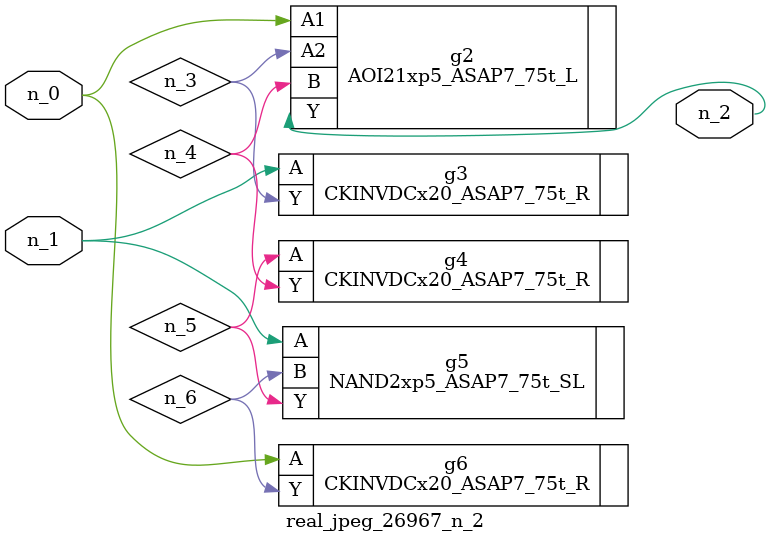
<source format=v>
module real_jpeg_26967_n_2 (n_1, n_0, n_2);

input n_1;
input n_0;

output n_2;

wire n_5;
wire n_4;
wire n_6;
wire n_3;

AOI21xp5_ASAP7_75t_L g2 ( 
.A1(n_0),
.A2(n_3),
.B(n_4),
.Y(n_2)
);

CKINVDCx20_ASAP7_75t_R g6 ( 
.A(n_0),
.Y(n_6)
);

CKINVDCx20_ASAP7_75t_R g3 ( 
.A(n_1),
.Y(n_3)
);

NAND2xp5_ASAP7_75t_SL g5 ( 
.A(n_1),
.B(n_6),
.Y(n_5)
);

CKINVDCx20_ASAP7_75t_R g4 ( 
.A(n_5),
.Y(n_4)
);


endmodule
</source>
